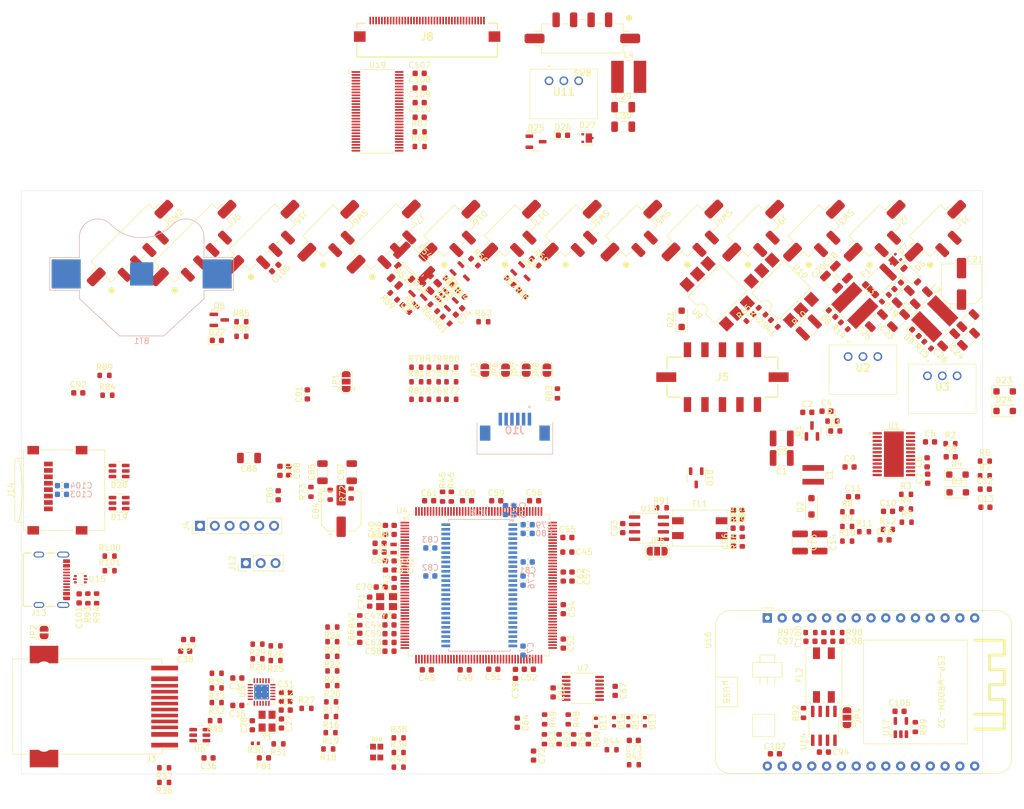
<source format=kicad_pcb>
(kicad_pcb
	(version 20241229)
	(generator "pcbnew")
	(generator_version "9.0")
	(general
		(thickness 1.6)
		(legacy_teardrops no)
	)
	(paper "A4")
	(layers
		(0 "F.Cu" signal)
		(4 "In1.Cu" power)
		(6 "In2.Cu" power)
		(2 "B.Cu" signal)
		(9 "F.Adhes" user "F.Adhesive")
		(11 "B.Adhes" user "B.Adhesive")
		(13 "F.Paste" user)
		(15 "B.Paste" user)
		(5 "F.SilkS" user "F.Silkscreen")
		(7 "B.SilkS" user "B.Silkscreen")
		(1 "F.Mask" user)
		(3 "B.Mask" user)
		(17 "Dwgs.User" user "User.Drawings")
		(19 "Cmts.User" user "User.Comments")
		(21 "Eco1.User" user "User.Eco1")
		(23 "Eco2.User" user "User.Eco2")
		(25 "Edge.Cuts" user)
		(27 "Margin" user)
		(31 "F.CrtYd" user "F.Courtyard")
		(29 "B.CrtYd" user "B.Courtyard")
		(35 "F.Fab" user)
		(33 "B.Fab" user)
		(39 "User.1" user)
		(41 "User.2" user)
		(43 "User.3" user)
		(45 "User.4" user)
		(47 "User.5" user)
		(49 "User.6" user)
		(51 "User.7" user)
		(53 "User.8" user)
		(55 "User.9" user)
	)
	(setup
		(stackup
			(layer "F.SilkS"
				(type "Top Silk Screen")
			)
			(layer "F.Paste"
				(type "Top Solder Paste")
			)
			(layer "F.Mask"
				(type "Top Solder Mask")
				(thickness 0.01)
			)
			(layer "F.Cu"
				(type "copper")
				(thickness 0.035)
			)
			(layer "dielectric 1"
				(type "prepreg")
				(thickness 0.1)
				(material "FR4")
				(epsilon_r 4.5)
				(loss_tangent 0.02)
			)
			(layer "In1.Cu"
				(type "copper")
				(thickness 0.035)
			)
			(layer "dielectric 2"
				(type "core")
				(thickness 1.24)
				(material "FR4")
				(epsilon_r 4.5)
				(loss_tangent 0.02)
			)
			(layer "In2.Cu"
				(type "copper")
				(thickness 0.035)
			)
			(layer "dielectric 3"
				(type "prepreg")
				(thickness 0.1)
				(material "FR4")
				(epsilon_r 4.5)
				(loss_tangent 0.02)
			)
			(layer "B.Cu"
				(type "copper")
				(thickness 0.035)
			)
			(layer "B.Mask"
				(type "Bottom Solder Mask")
				(thickness 0.01)
			)
			(layer "B.Paste"
				(type "Bottom Solder Paste")
			)
			(layer "B.SilkS"
				(type "Bottom Silk Screen")
			)
			(copper_finish "None")
			(dielectric_constraints no)
		)
		(pad_to_mask_clearance 0)
		(allow_soldermask_bridges_in_footprints no)
		(tenting front back)
		(pcbplotparams
			(layerselection 0x00000000_00000000_55555555_5755f5ff)
			(plot_on_all_layers_selection 0x00000000_00000000_00000000_00000000)
			(disableapertmacros no)
			(usegerberextensions no)
			(usegerberattributes yes)
			(usegerberadvancedattributes yes)
			(creategerberjobfile yes)
			(dashed_line_dash_ratio 12.000000)
			(dashed_line_gap_ratio 3.000000)
			(svgprecision 4)
			(plotframeref no)
			(mode 1)
			(useauxorigin no)
			(hpglpennumber 1)
			(hpglpenspeed 20)
			(hpglpendiameter 15.000000)
			(pdf_front_fp_property_popups yes)
			(pdf_back_fp_property_popups yes)
			(pdf_metadata yes)
			(pdf_single_document no)
			(dxfpolygonmode yes)
			(dxfimperialunits yes)
			(dxfusepcbnewfont yes)
			(psnegative no)
			(psa4output no)
			(plot_black_and_white yes)
			(sketchpadsonfab no)
			(plotpadnumbers no)
			(hidednponfab no)
			(sketchdnponfab yes)
			(crossoutdnponfab yes)
			(subtractmaskfromsilk no)
			(outputformat 1)
			(mirror no)
			(drillshape 1)
			(scaleselection 1)
			(outputdirectory "")
		)
	)
	(net 0 "")
	(net 1 "+3V3_FER")
	(net 2 "Earth")
	(net 3 "/Ethernet/LED_G")
	(net 4 "/Ethernet/LED_Y")
	(net 5 "GND")
	(net 6 "+3V3")
	(net 7 "+5V")
	(net 8 "/Power/3V3_Display")
	(net 9 "Net-(C5-Pad2)")
	(net 10 "Net-(U1-COMP)")
	(net 11 "Net-(U1-C1+)")
	(net 12 "Net-(U1-C1-)")
	(net 13 "Net-(U1-C2+)")
	(net 14 "Net-(U1-C2-)")
	(net 15 "Net-(U1-DRV)")
	(net 16 "Net-(U1-FB1)")
	(net 17 "Net-(U1-REF)")
	(net 18 "Net-(U1-VCOMIN)")
	(net 19 "+24V")
	(net 20 "Net-(U3-VI)")
	(net 21 "Net-(U2-VI)")
	(net 22 "/Peripherals/V_{ref}")
	(net 23 "Net-(D1-A)")
	(net 24 "Net-(D15-K)")
	(net 25 "/IEC_Charging_Circuit/CP")
	(net 26 "/IEC_Charging_Circuit/PP")
	(net 27 "/Core/EV_Start_Charging")
	(net 28 "/Display/LCD_VGL")
	(net 29 "Net-(Q1-B)")
	(net 30 "Net-(Q2-G)")
	(net 31 "Net-(U1-FB3)")
	(net 32 "Net-(U1-FB2)")
	(net 33 "/IEC_Charging_Circuit/PWM_SENSE")
	(net 34 "/Core/Charging_Point_PWM")
	(net 35 "/Core/~{IMD_Error_LED}")
	(net 36 "/SDRAM/D9")
	(net 37 "/SDRAM/A11")
	(net 38 "/Core/~{AMS_Error_LED}")
	(net 39 "/SDRAM/D0")
	(net 40 "unconnected-(U4B-PC13-Pad8)")
	(net 41 "unconnected-(U4B-PD4-Pad146)")
	(net 42 "/Core/PCAP_RST")
	(net 43 "/Display/B5")
	(net 44 "unconnected-(U4B-PI8-Pad7)")
	(net 45 "/SDRAM/D14")
	(net 46 "/SDRAM/D2")
	(net 47 "/SDRAM/D4")
	(net 48 "/Core/OSC_in")
	(net 49 "/Core/SWCLK")
	(net 50 "unconnected-(U4B-PG3-Pad107)")
	(net 51 "/Display/R2")
	(net 52 "/SDRAM/A3")
	(net 53 "/SDRAM/D13")
	(net 54 "/Core/LCD_Reset")
	(net 55 "/Display/R0")
	(net 56 "/SDRAM/A2")
	(net 57 "/Display/R7")
	(net 58 "/Display/B4")
	(net 59 "/Core/AMS_Reset_in")
	(net 60 "/Core/AMS_Reset_out")
	(net 61 "/Core/SDC_out")
	(net 62 "/SDRAM/A0")
	(net 63 "unconnected-(U4B-PF8-Pad26)")
	(net 64 "/SDRAM/SDNE0")
	(net 65 "/Core/SWDIO")
	(net 66 "/SDRAM/A10")
	(net 67 "unconnected-(U4B-PC10-Pad139)")
	(net 68 "/Display/G0")
	(net 69 "/SDRAM/BA0")
	(net 70 "/Ethernet/RMII_TX_EN")
	(net 71 "/Core/NRST")
	(net 72 "/SDRAM/D12")
	(net 73 "/SDRAM/NBL0")
	(net 74 "/Display/B0")
	(net 75 "/Core/RMII_nRST")
	(net 76 "/Display/G2")
	(net 77 "/Display/R1")
	(net 78 "unconnected-(U4B-PI9-Pad11)")
	(net 79 "/SDRAM/SDNWE")
	(net 80 "/Ethernet/RMII_RXD1")
	(net 81 "/SDRAM/A9")
	(net 82 "/SDRAM/D11")
	(net 83 "unconnected-(U4B-PI6-Pad175)")
	(net 84 "/Display/DE")
	(net 85 "/Display/G3")
	(net 86 "/Display/CLK")
	(net 87 "/Peripherals/USART_RX")
	(net 88 "unconnected-(U4B-PB5-Pad163)")
	(net 89 "unconnected-(U4B-PI3-Pad134)")
	(net 90 "/Peripherals/USB_OTG_VBUS")
	(net 91 "/SDRAM/A4")
	(net 92 "/Display/B3")
	(net 93 "/Peripherals/SDMMC_D0")
	(net 94 "/SDRAM/D15")
	(net 95 "/SDRAM/D3")
	(net 96 "/Display/G4")
	(net 97 "/SDRAM/A7")
	(net 98 "/SDRAM/A12")
	(net 99 "Net-(U4F-BOOT0)")
	(net 100 "unconnected-(U4B-PD7-Pad151)")
	(net 101 "/Display/G7")
	(net 102 "/Core/LED_B")
	(net 103 "/Ethernet/RMII_MDIO")
	(net 104 "/Display/G1")
	(net 105 "/Display/R6")
	(net 106 "/SDRAM/D6")
	(net 107 "/SDRAM/A1")
	(net 108 "/SDRAM/D8")
	(net 109 "/Display/B6")
	(net 110 "/Display/R4")
	(net 111 "/Core/OSC_out")
	(net 112 "unconnected-(U4B-PA15-Pad138)")
	(net 113 "/SDRAM/A5")
	(net 114 "/Display/G6")
	(net 115 "/Peripherals/ESP_RX")
	(net 116 "unconnected-(U4B-PF9-Pad27)")
	(net 117 "/Display/G5")
	(net 118 "/Core/LED_G")
	(net 119 "/Display/R5")
	(net 120 "unconnected-(U4B-PE2-Pad1)")
	(net 121 "/Ethernet/RMII_TXD1")
	(net 122 "/SDRAM/D5")
	(net 123 "/Peripherals/SDMMC_CMD")
	(net 124 "/SDRAM/D1")
	(net 125 "Net-(U4A-VREF+)")
	(net 126 "/Display/B1")
	(net 127 "/Display/B7")
	(net 128 "unconnected-(U4B-PD11-Pad99)")
	(net 129 "/Ethernet/RMII_MDC")
	(net 130 "unconnected-(U4B-PE3-Pad2)")
	(net 131 "/Core/OSC32_in")
	(net 132 "/SDRAM/SDCLK")
	(net 133 "/Peripherals/USART_TX")
	(net 134 "unconnected-(U4B-PA10-Pad121)")
	(net 135 "/Core/LED_R")
	(net 136 "/SDRAM/SDCKE0")
	(net 137 "/Ethernet/RMII_RXD0")
	(net 138 "unconnected-(U4B-PC11-Pad140)")
	(net 139 "/Ethernet/RMII_CRS_DV")
	(net 140 "/Core/TRACESWO")
	(net 141 "/Display/HSYNC")
	(net 142 "/Ethernet/RMII_TXD0")
	(net 143 "/SDRAM/D10")
	(net 144 "/SDRAM/SDNCAS")
	(net 145 "/Display/R3")
	(net 146 "/Core/OSC32_out")
	(net 147 "/Display/VSYNC")
	(net 148 "/SDRAM/D7")
	(net 149 "unconnected-(U4B-PG9-Pad152)")
	(net 150 "/SDRAM/BA1")
	(net 151 "/SDRAM/SDNRAS")
	(net 152 "/SDRAM/A6")
	(net 153 "/SDRAM/NBL1")
	(net 154 "/Display/B2")
	(net 155 "/Ethernet/RMII_REF_CLK")
	(net 156 "/SDRAM/A8")
	(net 157 "unconnected-(U4B-PB2-Pad58)")
	(net 158 "/Ethernet/XTAL2")
	(net 159 "/Ethernet/XTAL1")
	(net 160 "/Peripherals/ESP_TX")
	(net 161 "/Peripherals/STM_CAN_TX")
	(net 162 "/Peripherals/STM_CAN_RX")
	(net 163 "/Peripherals/SDMMC_CK")
	(net 164 "/Peripherals/ESP_CAN_RX")
	(net 165 "/SDC_and_SCS/RSD_in")
	(net 166 "/SDC_and_SCS/RSD_out")
	(net 167 "/Core/CANH")
	(net 168 "/Core/CANL")
	(net 169 "/Peripherals/ESP_CAN_TX")
	(net 170 "/Display/LCD_VGH")
	(net 171 "Net-(D5-A)")
	(net 172 "Net-(D9-A)")
	(net 173 "/Core/SDC_in")
	(net 174 "Net-(Q3-G)")
	(net 175 "Net-(Q4-G)")
	(net 176 "/Core/SDC_enable")
	(net 177 "/Display/I2C_SDA")
	(net 178 "/Display/I2C_SCL")
	(net 179 "/Display/LCD_SELB")
	(net 180 "VDD")
	(net 181 "/Display/LCD_STBYB")
	(net 182 "Net-(J1-Pin_1)")
	(net 183 "/Display/LCD_U{slash}D")
	(net 184 "/Display/LCD_L{slash}R")
	(net 185 "/Display/RXIN0-")
	(net 186 "/Display/RXCLKIN+")
	(net 187 "/Display/RXIN0+")
	(net 188 "/Display/RXIN2-")
	(net 189 "/Display/RXIN1-")
	(net 190 "/Display/RXIN2+")
	(net 191 "/Display/RXIN3+")
	(net 192 "/Display/RXIN3-")
	(net 193 "/Display/RXIN1+")
	(net 194 "/Display/RXCLKIN-")
	(net 195 "Net-(J2-Pin_1)")
	(net 196 "Net-(U4F-PDR_ON)")
	(net 197 "/Peripherals/SDMMC_D1")
	(net 198 "/Peripherals/SDMMC_D2")
	(net 199 "/Peripherals/SDMMC_D3")
	(net 200 "/Core/SDC_Voltage")
	(net 201 "/Core/TSAL_Green")
	(net 202 "/Core/TS_on")
	(net 203 "/Peripherals/USB_OTG_DP")
	(net 204 "/Peripherals/USB_OTG_DN")
	(net 205 "/Peripherals/D-")
	(net 206 "/Peripherals/D+")
	(net 207 "/Core/PCAP_Int")
	(net 208 "/Display/LCD_VDD")
	(net 209 "/Core/Encoder_push")
	(net 210 "/Core/Encoder_A")
	(net 211 "/Core/Encoder_B")
	(net 212 "/Ethernet/RXN")
	(net 213 "/Ethernet/TXN")
	(net 214 "/Ethernet/RXP")
	(net 215 "/Ethernet/TXP")
	(net 216 "/Core/SDC_on")
	(net 217 "/Core/EncB_on")
	(net 218 "/Core/EncPush_on")
	(net 219 "/Core/EncA_on")
	(net 220 "Net-(D16-A)")
	(net 221 "Net-(D16-K)")
	(net 222 "Net-(D17-K)")
	(net 223 "Net-(D17-A)")
	(net 224 "/Display/LCD_AVDD")
	(net 225 "/Display/VCOM")
	(net 226 "Net-(D7-K)")
	(net 227 "unconnected-(U4B-PH9-Pad86)")
	(net 228 "unconnected-(U4B-PH6-Pad83)")
	(net 229 "unconnected-(U4B-PH7-Pad84)")
	(net 230 "Net-(D3-A)")
	(net 231 "Net-(J13-CC2)")
	(net 232 "Net-(U5-VDDCR)")
	(net 233 "Net-(C39-Pad1)")
	(net 234 "Net-(C45-Pad1)")
	(net 235 "Net-(D11-K)")
	(net 236 "Net-(D12-K)")
	(net 237 "Net-(D13-K)")
	(net 238 "Net-(D14-K)")
	(net 239 "Net-(U15-VBUS)")
	(net 240 "Net-(D2-A)")
	(net 241 "Net-(D8-A)")
	(net 242 "Net-(D10-BK)")
	(net 243 "Net-(D10-GK)")
	(net 244 "Net-(D10-RK)")
	(net 245 "Net-(D11-A)")
	(net 246 "Net-(U13-CANH)")
	(net 247 "Net-(U13-CANL)")
	(net 248 "Net-(U14-CANH)")
	(net 249 "Net-(U14-CANL)")
	(net 250 "Net-(J3-Pad11)")
	(net 251 "Net-(J3-Pad2)")
	(net 252 "unconnected-(J3-NC-Pad9)")
	(net 253 "Net-(J5-Pin_2)")
	(net 254 "Net-(J13-CC1)")
	(net 255 "unconnected-(J13-SBU2-PadB8)")
	(net 256 "unconnected-(J13-SBU1-PadA8)")
	(net 257 "Net-(Q2-D)")
	(net 258 "Net-(R29-Pad1)")
	(net 259 "Net-(J15-Pin_2)")
	(net 260 "Net-(JP4-C)")
	(net 261 "Net-(JP5-C)")
	(net 262 "Net-(R3-Pad2)")
	(net 263 "Net-(R8-Pad2)")
	(net 264 "Net-(U5-TXD0)")
	(net 265 "Net-(U5-TXD1)")
	(net 266 "Net-(U5-TXEN)")
	(net 267 "Net-(U5-RXD0{slash}MODE0)")
	(net 268 "Net-(U5-RXD1{slash}MODE1)")
	(net 269 "Net-(U5-CRS_DV{slash}MODE2)")
	(net 270 "Net-(U5-MDIO)")
	(net 271 "Net-(U5-MDC)")
	(net 272 "Net-(U5-~{INT}{slash}REFCLKO)")
	(net 273 "Net-(U5-RXER{slash}PHYAD0)")
	(net 274 "Net-(U5-RBIAS)")
	(net 275 "Net-(U8--)")
	(net 276 "Net-(R65-Pad1)")
	(net 277 "Net-(R70-Pad2)")
	(net 278 "V_{In}")
	(net 279 "Net-(R75-Pad2)")
	(net 280 "Net-(U13-Rs)")
	(net 281 "Net-(U14-Rs)")
	(net 282 "Net-(U16-D21)")
	(net 283 "unconnected-(U7-Pad12)")
	(net 284 "unconnected-(U7-Pad10)")
	(net 285 "unconnected-(U9-Pad3)")
	(net 286 "unconnected-(U10-Pad3)")
	(net 287 "unconnected-(U10-Pad5)")
	(net 288 "unconnected-(U16-D26-Pad7)")
	(net 289 "unconnected-(U16-D2-Pad27)")
	(net 290 "unconnected-(U16-VIN-Pad1)")
	(net 291 "unconnected-(U16-D34-Pad12)")
	(net 292 "unconnected-(U16-D39{slash}VN-Pad13)")
	(net 293 "unconnected-(U16-D19-Pad21)")
	(net 294 "unconnected-(U16-D36{slash}VP-Pad14)")
	(net 295 "unconnected-(U16-TX0{slash}D1-Pad18)")
	(net 296 "unconnected-(U16-D14-Pad5)")
	(net 297 "unconnected-(U16-D25-Pad8)")
	(net 298 "unconnected-(U16-D15-Pad28)")
	(net 299 "unconnected-(U16-D13-Pad3)")
	(net 300 "unconnected-(U16-D23-Pad16)")
	(net 301 "unconnected-(U16-D27-Pad6)")
	(net 302 "unconnected-(U16-EN-Pad15)")
	(net 303 "unconnected-(U16-D33-Pad9)")
	(net 304 "unconnected-(U16-D22-Pad17)")
	(net 305 "unconnected-(U16-D35-Pad11)")
	(net 306 "unconnected-(U16-D18-Pad22)")
	(net 307 "unconnected-(U16-D12-Pad4)")
	(net 308 "unconnected-(U16-D32-Pad10)")
	(net 309 "unconnected-(U16-RX0{slash}D3-Pad19)")
	(net 310 "unconnected-(U17-NC-Pad1)")
	(net 311 "Net-(BT1-+)")
	(net 312 "VBAT")
	(net 313 "Net-(D22-A)")
	(net 314 "Net-(Q5-G)")
	(net 315 "unconnected-(U18-NC-Pad40)")
	(net 316 "unconnected-(U18-NC-Pad36)")
	(net 317 "Net-(U11-VI)")
	(net 318 "Net-(D25-K)")
	(net 319 "Net-(D26-A)")
	(net 320 "+12V")
	(net 321 "unconnected-(J8-Pin_37-Pad37)")
	(net 322 "unconnected-(J8-Pin_23-Pad23)")
	(net 323 "unconnected-(J8-Pin_26-Pad26)")
	(net 324 "Net-(J8-Pin_35)")
	(net 325 "unconnected-(J8-Pin_27-Pad27)")
	(net 326 "unconnected-(J8-Pin_24-Pad24)")
	(net 327 "Net-(J8-Pin_38)")
	(net 328 "unconnected-(J8-Pin_4-Pad4)")
	(net 329 "Net-(J8-Pin_29)")
	(net 330 "Net-(J8-Pin_1)")
	(net 331 "unconnected-(J8-Pin_36-Pad36)")
	(net 332 "Net-(U19-CLKSEL)")
	(net 333 "Net-(U19-~{SHTDN})")
	(net 334 "Net-(R76-Pad2)")
	(footprint "Capacitor_SMD:C_1206_3216Metric" (layer "F.Cu") (at 218 62.3 45))
	(footprint "Capacitor_SMD:C_0603_1608Metric" (layer "F.Cu") (at 206.3 96.41))
	(footprint "Package_SO:SOIC-8_3.9x4.9mm_P1.27mm" (layer "F.Cu") (at 201.29 135.7 90))
	(footprint "Resistor_SMD:R_0603_1608Metric" (layer "F.Cu") (at 107.265 121.99 180))
	(footprint "Capacitor_SMD:C_0603_1608Metric" (layer "F.Cu") (at 108.01 91.9625 -90))
	(footprint "Capacitor_SMD:C_1206_3216Metric" (layer "F.Cu") (at 226.1 69.4 45))
	(footprint "Capacitor_SMD:C_0603_1608Metric" (layer "F.Cu") (at 154.862501 129.975 -90))
	(footprint "Resistor_SMD:R_0603_1608Metric" (layer "F.Cu") (at 137.4 79.7))
	(footprint "Package_TO_SOT_SMD:SOT-23" (layer "F.Cu") (at 97.6 66.085))
	(footprint "Jumper:SolderJumper-2_P1.3mm_Open_RoundedPad1.0x1.5mm" (layer "F.Cu") (at 146.7 74.7 90))
	(footprint "Capacitor_SMD:C_0603_1608Metric" (layer "F.Cu") (at 211.7 103.81))
	(footprint "Charger:ESP32-WROOM-32-DevKit-30Pin" (layer "F.Cu") (at 191.6 117.2 -90))
	(footprint "LED_SMD:LED_0603_1608Metric" (layer "F.Cu") (at 97.2 69.6))
	(footprint "Inductor_SMD:L_Wuerth_WE-PD2-Typ-MS" (layer "F.Cu") (at 206.6 63.6 -45))
	(footprint "Package_TO_SOT_SMD:SOT-23-3" (layer "F.Cu") (at 149.578751 58.078751 -45))
	(footprint "Resistor_SMD:R_0603_1608Metric" (layer "F.Cu") (at 97.165 131.71 180))
	(footprint "Package_DIP:SMDIP-6_W9.53mm" (layer "F.Cu") (at 183 61.6 135))
	(footprint "FaSTTUBe_connectors:Micro_Mate-N-Lok_2p_vertical" (layer "F.Cu") (at 220.4 50.8 -135))
	(footprint "Resistor_SMD:R_0603_1608Metric" (layer "F.Cu") (at 187.3 99.5 90))
	(footprint "Resistor_SMD:R_0603_1608Metric" (layer "F.Cu") (at 78.8 106.59))
	(footprint "Diode_SMD:D_SOD-123" (layer "F.Cu") (at 216.2 58.4 -45))
	(footprint "Jumper:SolderJumper-2_P1.3mm_Open_RoundedPad1.0x1.5mm" (layer "F.Cu") (at 143.15 74.7 90))
	(footprint "Package_SO:TSSOP-56_6.1x14mm_P0.5mm" (layer "F.Cu") (at 124.75 30.32))
	(footprint "Inductor_SMD:L_0603_1608Metric" (layer "F.Cu") (at 105.265 141.2 180))
	(footprint "Resistor_SMD:R_0603_1608Metric" (layer "F.Cu") (at 75.07 113.85 -90))
	(footprint "Inductor_SMD:L_Wuerth_WE-PD2-Typ-MS" (layer "F.Cu") (at 220.3 65.9 45))
	(footprint "LED_SMD:LED_0603_1608Metric" (layer "F.Cu") (at 213.956847 60.243153 -135))
	(footprint "Capacitor_SMD:CP_Elec_6.3x7.7" (layer "F.Cu") (at 224.9 59.9 90))
	(footprint "Capacitor_SMD:C_0603_1608Metric" (layer "F.Cu") (at 203.6 121.2))
	(footprint "LED_SMD:LED_0603_1608Metric" (layer "F.Cu") (at 203.25 85.135))
	(footprint "Resistor_SMD:R_0603_1608Metric" (layer "F.Cu") (at 88.165 145.41 180))
	(footprint "Resistor_SMD:R_0603_1608Metric" (layer "F.Cu") (at 139.078751 61.578751 -45))
	(footprint "Capacitor_SMD:C_1210_3225Metric" (layer "F.Cu") (at 194.0625 86.41 180))
	(footprint "Resistor_SMD:R_0603_1608Metric"
		(layer "F.Cu")
		(uuid "2424edff-e9ea-4c23-b0ee-f420a8e74dc0")
		(at 228.9 90.3)
		(descr "Resistor SMD 0603 (1608 Metric), square (rectangular) end terminal, IPC_7351 nominal, (Body size source: IPC-SM-782 page 72, https://www.pcb-3d.com/wordpress/wp-content/uploads/ipc-sm-782a_amendment_1_and_2.pdf), generated with kicad-footprint-generator")
		(tags "resistor")
		(property "Reference" "R6"
			(at 0 -1.43 0)
			(layer "F.SilkS")
			(uuid "1bfbe9af-9ec0-4e86-b535-58e59d8c3b0f")
			(effects
				(font
					(size 1 1)
					(thickness 0.15)
				)
			)
		)
		(property "Value" "500k"
			(at 0 1.43 0)
			(layer "F.Fab")
			(uuid "2d6e6044-3b6b-40e1-b8e1-77c07d5d66cc")
			(effects
				(font
					(size 1 1)
					(thickness 0.15)
				)
			)
		)
		(property "Datasheet" ""
			(at 0 0 0)
			(unlocked yes)
			(layer "F.Fab")
			(hide yes)
			(uuid "ad310c0e-85aa-4431-81c5-7d21e15a8e01")
			(effects
				(font
					(
... [1320556 chars truncated]
</source>
